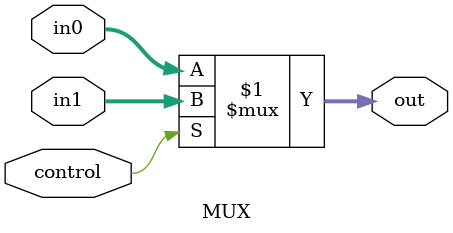
<source format=v>
/*二选一MUX模块*/
`timescale 1ns / 1ps
module MUX(
    input control,
    input [15:0] in1,
    input [15:0] in0,
    output [15:0] out
    );

    assign out = control ? in1 : in0;

endmodule

</source>
